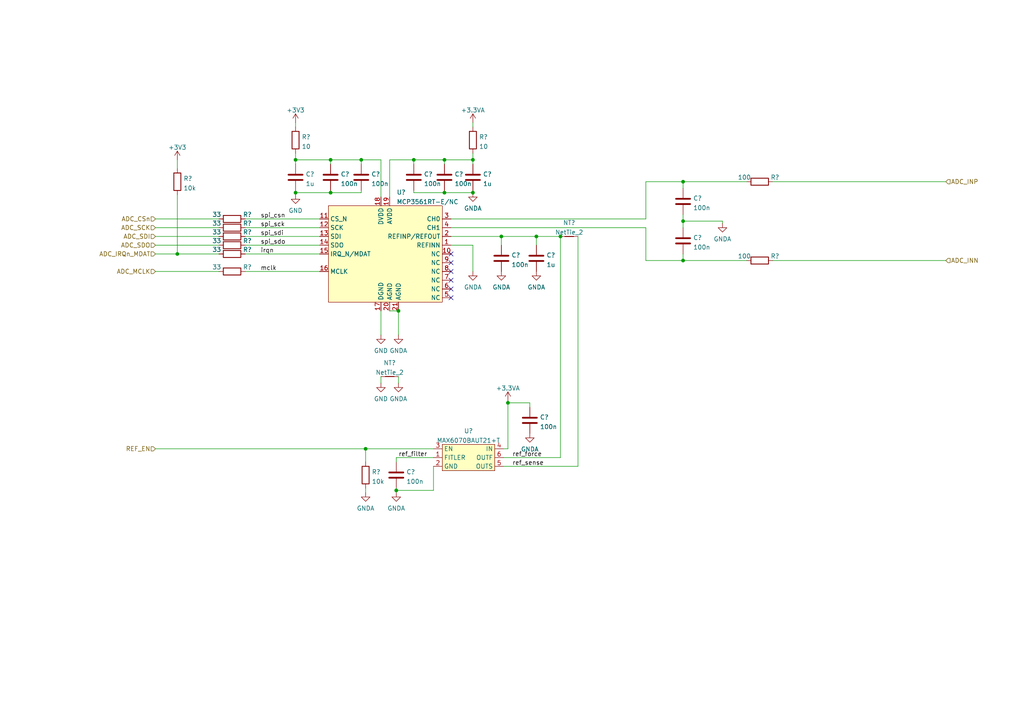
<source format=kicad_sch>
(kicad_sch (version 20211123) (generator eeschema)
  (paper "A4")
  (lib_symbols
    (symbol "Device:C" (pin_numbers hide) (pin_names (offset 0.254))
      (property "Reference" "C" (at 0.635 2.54 0))
      (property "Value" "C" (at 0.635 -2.54 0))
      (symbol "C_0_1"
        (polyline (pts (xy -2.032 -0.762) (xy 2.032 -0.762)) (stroke (width 0.508)))
        (polyline (pts (xy -2.032 0.762) (xy 2.032 0.762)) (stroke (width 0.508)))
      )
      (symbol "C_1_1"
        (pin passive line (at 0 3.81 270) (length 2.794) (name "~") (number "1"))
        (pin passive line (at 0 -3.81 90) (length 2.794) (name "~") (number "2"))
      )
    )
    (symbol "Device:NetTie_2" (pin_numbers hide) (pin_names (offset 0) hide)
      (property "Reference" "NT" (at 0 1.27 0))
      (property "Value" "NetTie_2" (at 0 -1.27 0))
      (symbol "NetTie_2_0_1"
        (polyline (pts (xy -1.27 0) (xy 1.27 0)) (stroke (width 0.254)))
      )
      (symbol "NetTie_2_1_1"
        (pin passive line (at -2.54 0 0) (length 2.54) (name "1") (number "1"))
        (pin passive line (at 2.54 0 180) (length 2.54) (name "2") (number "2"))
      )
    )
    (symbol "Device:R" (pin_numbers hide) (pin_names (offset 0))
      (property "Reference" "R" (at 2.032 0 90))
      (property "Value" "R" (at 0 0 90))
      (symbol "R_0_1"
        (rectangle (start -1.016 -2.54) (end 1.016 2.54) (stroke (width 0.254)))
      )
      (symbol "R_1_1"
        (pin passive line (at 0 3.81 270) (length 1.27) (name "~") (number "1"))
        (pin passive line (at 0 -3.81 90) (length 1.27) (name "~") (number "2"))
      )
    )
    (symbol "good_things:MAX6070BAUT21+T"
      (property "Reference" "U" (at 0 7.62 0))
      (property "Value" "MAX6070BAUT21+T" (at 0 5.08 0))
      (symbol "MAX6070BAUT21+T_0_1"
        (rectangle (start -7.62 3.81) (end 7.62 -3.81) (stroke (width 0.1524)) (fill (type background)))
      )
      (symbol "MAX6070BAUT21+T_1_1"
        (pin input line (at -10.16 0 0) (length 2.54) (name "FITLER") (number "1"))
        (pin input line (at -10.16 -2.54 0) (length 2.54) (name "GND") (number "2"))
        (pin input line (at -10.16 2.54 0) (length 2.54) (name "EN") (number "3"))
        (pin input line (at 10.16 2.54 180) (length 2.54) (name "IN") (number "4"))
        (pin input line (at 10.16 -2.54 180) (length 2.54) (name "OUTS") (number "5"))
        (pin input line (at 10.16 0 180) (length 2.54) (name "OUTF") (number "6"))
      )
    )
    (symbol "good_things:MCP3561RT-E{slash}NC"
      (property "Reference" "U" (at -2.54 -35.56 0))
      (property "Value" "MCP3561RT-E{slash}NC" (at 12.7 15.24 0))
      (symbol "MCP3561RT-E{slash}NC_0_1"
        (rectangle (start -16.51 13.97) (end 16.51 -13.97) (stroke (width 0.1524)) (fill (type background)))
      )
      (symbol "MCP3561RT-E{slash}NC_1_1"
        (pin input line (at 19.05 2.54 180) (length 2.54) (name "REFINN") (number "1"))
        (pin input line (at 19.05 0 180) (length 2.54) (name "NC") (number "10"))
        (pin input line (at -19.05 10.16 0) (length 2.54) (name "CS_N") (number "11"))
        (pin input line (at -19.05 7.62 0) (length 2.54) (name "SCK") (number "12"))
        (pin input line (at -19.05 5.08 0) (length 2.54) (name "SDI") (number "13"))
        (pin input line (at -19.05 2.54 0) (length 2.54) (name "SDO") (number "14"))
        (pin input line (at -19.05 0 0) (length 2.54) (name "IRQ_N/MDAT") (number "15"))
        (pin input line (at -19.05 -5.08 0) (length 2.54) (name "MCLK") (number "16"))
        (pin input line (at -1.27 -16.51 90) (length 2.54) (name "DGND") (number "17"))
        (pin input line (at -1.27 16.51 270) (length 2.54) (name "DVDD") (number "18"))
        (pin input line (at 1.27 16.51 270) (length 2.54) (name "AVDD") (number "19"))
        (pin input line (at 19.05 5.08 180) (length 2.54) (name "REFINP/REFOUT") (number "2"))
        (pin input line (at 1.27 -16.51 90) (length 2.54) (name "AGND") (number "20"))
        (pin input line (at 3.81 -16.51 90) (length 2.54) (name "AGND") (number "21"))
        (pin input line (at 19.05 10.16 180) (length 2.54) (name "CH0") (number "3"))
        (pin input line (at 19.05 7.62 180) (length 2.54) (name "CH1") (number "4"))
        (pin input line (at 19.05 -12.7 180) (length 2.54) (name "NC") (number "5"))
        (pin input line (at 19.05 -10.16 180) (length 2.54) (name "NC") (number "6"))
        (pin input line (at 19.05 -7.62 180) (length 2.54) (name "NC") (number "7"))
        (pin input line (at 19.05 -5.08 180) (length 2.54) (name "NC") (number "8"))
        (pin input line (at 19.05 -2.54 180) (length 2.54) (name "NC") (number "9"))
      )
    )
    (symbol "power:+3.3VA" (power) (pin_names (offset 0))
      (property "Value" "+3.3VA" (at 0 3.556 0))
      (symbol "+3.3VA_0_1"
        (polyline (pts (xy -0.762 1.27) (xy 0 2.54)))
        (polyline (pts (xy 0 0) (xy 0 2.54)))
        (polyline (pts (xy 0 2.54) (xy 0.762 1.27)))
      )
      (symbol "+3.3VA_1_1"
        (pin power_in line (at 0 0 90) (length 0) hide (name "+3.3VA") (number "1"))
      )
    )
    (symbol "power:+3V3" (power) (pin_names (offset 0))
      (property "Value" "+3V3" (at 0 3.556 0))
      (symbol "+3V3_0_1"
        (polyline (pts (xy -0.762 1.27) (xy 0 2.54)))
        (polyline (pts (xy 0 0) (xy 0 2.54)))
        (polyline (pts (xy 0 2.54) (xy 0.762 1.27)))
      )
      (symbol "+3V3_1_1"
        (pin power_in line (at 0 0 90) (length 0) hide (name "+3V3") (number "1"))
      )
    )
    (symbol "power:GND" (power) (pin_names (offset 0))
      (property "Value" "GND" (at 0 -3.81 0))
      (symbol "GND_0_1"
        (polyline (pts (xy 0 0) (xy 0 -1.27) (xy 1.27 -1.27) (xy 0 -2.54) (xy -1.27 -1.27) (xy 0 -1.27)))
      )
      (symbol "GND_1_1"
        (pin power_in line (at 0 0 270) (length 0) hide (name "GND") (number "1"))
      )
    )
    (symbol "power:GNDA" (power) (pin_names (offset 0))
      (property "Value" "GNDA" (at 0 -3.81 0))
      (symbol "GNDA_0_1"
        (polyline (pts (xy 0 0) (xy 0 -1.27) (xy 1.27 -1.27) (xy 0 -2.54) (xy -1.27 -1.27) (xy 0 -1.27)))
      )
      (symbol "GNDA_1_1"
        (pin power_in line (at 0 0 270) (length 0) hide (name "GNDA") (number "1"))
      )
    )
  )
  (junction (at 114.935 142.24))
  (junction (at 120.015 46.355))
  (junction (at 104.775 46.355))
  (junction (at 147.32 116.84))
  (junction (at 51.435 73.66))
  (junction (at 85.725 46.355))
  (junction (at 115.57 90.17))
  (junction (at 137.16 46.355))
  (junction (at 128.905 55.88))
  (junction (at 198.12 75.565))
  (junction (at 155.575 68.58))
  (junction (at 162.56 68.58))
  (junction (at 106.045 130.175))
  (junction (at 137.16 55.88))
  (junction (at 198.12 52.705))
  (junction (at 128.905 46.355))
  (junction (at 95.885 46.355))
  (junction (at 145.415 68.58))
  (junction (at 198.12 64.135))
  (junction (at 85.725 55.88))
  (junction (at 95.885 55.88))
  (no_connect (at 130.81 76.2))
  (no_connect (at 130.81 83.82))
  (no_connect (at 130.81 73.66))
  (no_connect (at 130.81 86.36))
  (no_connect (at 130.81 81.28))
  (no_connect (at 130.81 78.74))
  (wire (pts (xy 162.56 132.715) (xy 162.56 68.58)))
  (wire (pts (xy 115.57 111.125) (xy 115.57 109.22)))
  (wire (pts (xy 130.81 63.5) (xy 187.325 63.5)))
  (wire (pts (xy 128.905 46.355) (xy 128.905 47.625)))
  (wire (pts (xy 128.905 55.245) (xy 128.905 55.88)))
  (wire (pts (xy 216.535 52.705) (xy 198.12 52.705)))
  (wire (pts (xy 130.81 66.04) (xy 187.325 66.04)))
  (wire (pts (xy 198.12 75.565) (xy 198.12 73.66)))
  (wire (pts (xy 45.085 68.58) (xy 63.5 68.58)))
  (wire (pts (xy 198.12 64.135) (xy 209.55 64.135)))
  (wire (pts (xy 145.415 68.58) (xy 155.575 68.58)))
  (wire (pts (xy 95.885 55.88) (xy 95.885 55.245)))
  (wire (pts (xy 137.16 71.12) (xy 137.16 78.74)))
  (wire (pts (xy 187.325 75.565) (xy 187.325 66.04)))
  (wire (pts (xy 51.435 46.355) (xy 51.435 48.895)))
  (wire (pts (xy 106.045 130.175) (xy 125.73 130.175)))
  (wire (pts (xy 106.045 133.985) (xy 106.045 130.175)))
  (wire (pts (xy 45.085 71.12) (xy 63.5 71.12)))
  (wire (pts (xy 71.12 71.12) (xy 92.71 71.12)))
  (wire (pts (xy 71.12 63.5) (xy 92.71 63.5)))
  (wire (pts (xy 137.16 35.56) (xy 137.16 36.83)))
  (wire (pts (xy 114.935 132.715) (xy 114.935 133.985)))
  (wire (pts (xy 209.55 64.135) (xy 209.55 64.77)))
  (wire (pts (xy 85.725 44.45) (xy 85.725 46.355)))
  (wire (pts (xy 71.12 73.66) (xy 92.71 73.66)))
  (wire (pts (xy 85.725 55.245) (xy 85.725 55.88)))
  (wire (pts (xy 198.12 52.705) (xy 187.325 52.705)))
  (wire (pts (xy 147.32 130.175) (xy 146.05 130.175)))
  (wire (pts (xy 125.73 132.715) (xy 114.935 132.715)))
  (wire (pts (xy 155.575 71.12) (xy 155.575 68.58)))
  (wire (pts (xy 120.015 55.88) (xy 120.015 55.245)))
  (wire (pts (xy 198.12 75.565) (xy 187.325 75.565)))
  (wire (pts (xy 106.045 141.605) (xy 106.045 142.875)))
  (wire (pts (xy 153.67 118.11) (xy 153.67 116.84)))
  (wire (pts (xy 45.085 73.66) (xy 51.435 73.66)))
  (wire (pts (xy 45.085 63.5) (xy 63.5 63.5)))
  (wire (pts (xy 110.49 109.22) (xy 110.49 111.125)))
  (wire (pts (xy 167.64 68.58) (xy 167.64 135.255)))
  (wire (pts (xy 104.775 46.355) (xy 104.775 47.625)))
  (wire (pts (xy 45.085 130.175) (xy 106.045 130.175)))
  (wire (pts (xy 216.535 75.565) (xy 198.12 75.565)))
  (wire (pts (xy 114.935 141.605) (xy 114.935 142.24)))
  (wire (pts (xy 130.81 68.58) (xy 145.415 68.58)))
  (wire (pts (xy 104.775 55.245) (xy 104.775 55.88)))
  (wire (pts (xy 95.885 46.355) (xy 104.775 46.355)))
  (wire (pts (xy 146.05 132.715) (xy 162.56 132.715)))
  (wire (pts (xy 85.725 46.355) (xy 95.885 46.355)))
  (wire (pts (xy 147.32 116.205) (xy 147.32 116.84)))
  (wire (pts (xy 71.12 78.74) (xy 92.71 78.74)))
  (wire (pts (xy 114.935 142.24) (xy 114.935 142.875)))
  (wire (pts (xy 274.32 75.565) (xy 224.155 75.565)))
  (wire (pts (xy 95.885 46.355) (xy 95.885 47.625)))
  (wire (pts (xy 110.49 46.355) (xy 110.49 57.15)))
  (wire (pts (xy 71.12 68.58) (xy 92.71 68.58)))
  (wire (pts (xy 120.015 46.355) (xy 128.905 46.355)))
  (wire (pts (xy 198.12 52.705) (xy 198.12 54.61)))
  (wire (pts (xy 51.435 56.515) (xy 51.435 73.66)))
  (wire (pts (xy 130.81 71.12) (xy 137.16 71.12)))
  (wire (pts (xy 137.16 44.45) (xy 137.16 46.355)))
  (wire (pts (xy 187.325 52.705) (xy 187.325 63.5)))
  (wire (pts (xy 115.57 90.17) (xy 115.57 97.155)))
  (wire (pts (xy 113.03 46.355) (xy 120.015 46.355)))
  (wire (pts (xy 224.155 52.705) (xy 274.32 52.705)))
  (wire (pts (xy 137.16 55.88) (xy 137.16 55.245)))
  (wire (pts (xy 125.73 142.24) (xy 114.935 142.24)))
  (wire (pts (xy 198.12 62.23) (xy 198.12 64.135)))
  (wire (pts (xy 155.575 68.58) (xy 162.56 68.58)))
  (wire (pts (xy 147.32 116.84) (xy 147.32 130.175)))
  (wire (pts (xy 145.415 68.58) (xy 145.415 71.12)))
  (wire (pts (xy 125.73 135.255) (xy 125.73 142.24)))
  (wire (pts (xy 45.085 66.04) (xy 63.5 66.04)))
  (wire (pts (xy 120.015 55.88) (xy 128.905 55.88)))
  (wire (pts (xy 85.725 55.88) (xy 85.725 56.515)))
  (wire (pts (xy 85.725 47.625) (xy 85.725 46.355)))
  (wire (pts (xy 128.905 55.88) (xy 137.16 55.88)))
  (wire (pts (xy 167.64 135.255) (xy 146.05 135.255)))
  (wire (pts (xy 120.015 46.355) (xy 120.015 47.625)))
  (wire (pts (xy 85.725 55.88) (xy 95.885 55.88)))
  (wire (pts (xy 85.725 35.56) (xy 85.725 36.83)))
  (wire (pts (xy 198.12 64.135) (xy 198.12 66.04)))
  (wire (pts (xy 153.67 116.84) (xy 147.32 116.84)))
  (wire (pts (xy 113.03 46.355) (xy 113.03 57.15)))
  (wire (pts (xy 137.16 46.355) (xy 137.16 47.625)))
  (wire (pts (xy 128.905 46.355) (xy 137.16 46.355)))
  (wire (pts (xy 51.435 73.66) (xy 63.5 73.66)))
  (wire (pts (xy 110.49 90.17) (xy 110.49 97.155)))
  (wire (pts (xy 113.03 90.17) (xy 115.57 90.17)))
  (wire (pts (xy 104.775 46.355) (xy 110.49 46.355)))
  (wire (pts (xy 45.085 78.74) (xy 63.5 78.74)))
  (wire (pts (xy 95.885 55.88) (xy 104.775 55.88)))
  (wire (pts (xy 71.12 66.04) (xy 92.71 66.04)))
  (label "spi_sck" (at 75.565 66.04 0))
  (label "irqn" (at 75.565 73.66 0))
  (label "ref_filter" (at 115.57 132.715 0))
  (label "spi_csn" (at 75.565 63.5 0))
  (label "spi_sdo" (at 75.565 71.12 0))
  (label "spi_sdi" (at 75.565 68.58 0))
  (label "mclk" (at 75.565 78.74 0))
  (label "ref_sense" (at 148.59 135.255 0))
  (label "ref_force" (at 148.59 132.715 0))
  (hierarchical_label "REF_EN" (shape input) (at 45.085 130.175 180))
  (hierarchical_label "ADC_SCK" (shape input) (at 45.085 66.04 180))
  (hierarchical_label "ADC_CSn" (shape input) (at 45.085 63.5 180))
  (hierarchical_label "ADC_INP" (shape input) (at 274.32 52.705 0))
  (hierarchical_label "ADC_SDI" (shape input) (at 45.085 68.58 180))
  (hierarchical_label "ADC_SDO" (shape input) (at 45.085 71.12 180))
  (hierarchical_label "ADC_IRQn_MDAT" (shape input) (at 45.085 73.66 180))
  (hierarchical_label "ADC_MCLK" (shape input) (at 45.085 78.74 180))
  (hierarchical_label "ADC_INN" (shape input) (at 274.32 75.565 0))
  (symbol (lib_id "power:GNDA") (at 137.16 55.88 0) (unit 1)
    (property "Reference" "#PWR?" (effects hide))
    (property "Value" "GNDA" (at 137.16 60.4425 0))
  )
  (symbol (lib_id "Device:C") (at 198.12 69.85 0) (unit 1)
    (property "Reference" "C?" (at 201.041 68.9415 0) (effects (justify left)))
    (property "Value" "100n" (at 201.041 71.7166 0) (effects (justify left)))
    (property "Footprint" "Capacitor_SMD:C_0603_1608Metric_Pad1.08x0.95mm_HandSolder" (effects hide))
  )
  (symbol (lib_id "Device:C") (at 114.935 137.795 0) (unit 1)
    (property "Reference" "C?" (at 117.856 136.8865 0) (effects (justify left)))
    (property "Value" "100n" (at 117.856 139.6616 0) (effects (justify left)))
    (property "Footprint" "Capacitor_SMD:C_0603_1608Metric_Pad1.08x0.95mm_HandSolder" (effects hide))
  )
  (symbol (lib_id "Device:R") (at 67.31 78.74 90) (unit 1)
    (property "Reference" "R?" (at 71.755 77.47 90))
    (property "Value" "33" (at 62.865 77.47 90))
  )
  (symbol (lib_id "good_things:MCP3561RT-E{slash}NC") (at 111.76 73.66 0) (unit 1)
    (property "Reference" "U?" (at 115.0494 55.7743 0) (effects (justify left)))
    (property "Value" "MCP3561RT-E/NC" (at 115.0494 58.5494 0) (effects (justify left)))
    (property "Footprint" "Package_DFN_QFN:QFN-20-1EP_3x3mm_P0.4mm_EP1.65x1.65mm_ThermalVias" (effects hide))
    (property "Datasheet" "https://www.farnell.com/datasheets/3166346.pdf" (effects hide))
  )
  (symbol (lib_id "Device:C") (at 153.67 121.92 0) (unit 1)
    (property "Reference" "C?" (at 156.591 121.0115 0) (effects (justify left)))
    (property "Value" "100n" (at 156.591 123.7866 0) (effects (justify left)))
    (property "Footprint" "Capacitor_SMD:C_0603_1608Metric_Pad1.08x0.95mm_HandSolder" (effects hide))
  )
  (symbol (lib_id "Device:C") (at 104.775 51.435 0) (unit 1)
    (property "Reference" "C?" (at 107.696 50.5265 0) (effects (justify left)))
    (property "Value" "100n" (at 107.696 53.3016 0) (effects (justify left)))
    (property "Footprint" "Capacitor_SMD:C_0603_1608Metric_Pad1.08x0.95mm_HandSolder" (effects hide))
  )
  (symbol (lib_id "power:GND") (at 110.49 111.125 0) (unit 1)
    (property "Reference" "#PWR?" (effects hide))
    (property "Value" "GND" (at 110.49 115.6875 0))
  )
  (symbol (lib_id "power:+3.3VA") (at 147.32 116.205 0) (unit 1)
    (property "Reference" "#PWR?" (effects hide))
    (property "Value" "+3.3VA" (at 147.32 112.6005 0))
  )
  (symbol (lib_id "Device:NetTie_2") (at 113.03 109.22 0) (unit 1)
    (property "Reference" "NT?" (at 113.03 105.2535 0))
    (property "Value" "NetTie_2" (at 113.03 108.0286 0))
  )
  (symbol (lib_id "Device:R") (at 137.16 40.64 0) (unit 1)
    (property "Reference" "R?" (at 138.938 39.7315 0) (effects (justify left)))
    (property "Value" "10" (at 138.938 42.5066 0) (effects (justify left)))
  )
  (symbol (lib_id "Device:C") (at 137.16 51.435 0) (unit 1)
    (property "Reference" "C?" (at 140.081 50.5265 0) (effects (justify left)))
    (property "Value" "1u" (at 140.081 53.3016 0) (effects (justify left)))
    (property "Footprint" "Capacitor_SMD:C_0603_1608Metric_Pad1.08x0.95mm_HandSolder" (effects hide))
  )
  (symbol (lib_id "Device:C") (at 120.015 51.435 0) (unit 1)
    (property "Reference" "C?" (at 122.936 50.5265 0) (effects (justify left)))
    (property "Value" "100n" (at 122.936 53.3016 0) (effects (justify left)))
    (property "Footprint" "Capacitor_SMD:C_0603_1608Metric_Pad1.08x0.95mm_HandSolder" (effects hide))
  )
  (symbol (lib_id "Device:C") (at 85.725 51.435 0) (unit 1)
    (property "Reference" "C?" (at 88.646 50.5265 0) (effects (justify left)))
    (property "Value" "1u" (at 88.646 53.3016 0) (effects (justify left)))
    (property "Footprint" "Capacitor_SMD:C_0603_1608Metric_Pad1.08x0.95mm_HandSolder" (effects hide))
  )
  (symbol (lib_id "Device:C") (at 145.415 74.93 0) (unit 1)
    (property "Reference" "C?" (at 148.336 74.0215 0) (effects (justify left)))
    (property "Value" "100n" (at 148.336 76.7966 0) (effects (justify left)))
    (property "Footprint" "Capacitor_SMD:C_0603_1608Metric_Pad1.08x0.95mm_HandSolder" (effects hide))
  )
  (symbol (lib_id "power:GNDA") (at 209.55 64.77 0) (unit 1)
    (property "Reference" "#PWR?" (effects hide))
    (property "Value" "GNDA" (at 209.55 69.3325 0))
  )
  (symbol (lib_id "power:GNDA") (at 153.67 125.73 0) (unit 1)
    (property "Reference" "#PWR?" (effects hide))
    (property "Value" "GNDA" (at 153.67 130.2925 0))
  )
  (symbol (lib_id "Device:C") (at 128.905 51.435 0) (unit 1)
    (property "Reference" "C?" (at 131.826 50.5265 0) (effects (justify left)))
    (property "Value" "100n" (at 131.826 53.3016 0) (effects (justify left)))
    (property "Footprint" "Capacitor_SMD:C_0603_1608Metric_Pad1.08x0.95mm_HandSolder" (effects hide))
  )
  (symbol (lib_id "power:GNDA") (at 145.415 78.74 0) (unit 1)
    (property "Reference" "#PWR?" (effects hide))
    (property "Value" "GNDA" (at 145.415 83.3025 0))
  )
  (symbol (lib_id "Device:R") (at 67.31 63.5 90) (unit 1)
    (property "Reference" "R?" (at 71.755 62.23 90))
    (property "Value" "33" (at 62.865 62.23 90))
  )
  (symbol (lib_id "Device:R") (at 220.345 75.565 90) (unit 1)
    (property "Reference" "R?" (at 224.79 74.295 90))
    (property "Value" "100" (at 215.9 74.295 90))
  )
  (symbol (lib_id "power:GNDA") (at 137.16 78.74 0) (unit 1)
    (property "Reference" "#PWR?" (effects hide))
    (property "Value" "GNDA" (at 137.16 83.3025 0))
  )
  (symbol (lib_id "Device:R") (at 51.435 52.705 0) (unit 1)
    (property "Reference" "R?" (at 53.213 51.7965 0) (effects (justify left)))
    (property "Value" "10k" (at 53.213 54.5716 0) (effects (justify left)))
  )
  (symbol (lib_id "power:GNDA") (at 155.575 78.74 0) (unit 1)
    (property "Reference" "#PWR?" (effects hide))
    (property "Value" "GNDA" (at 155.575 83.3025 0))
  )
  (symbol (lib_id "Device:R") (at 106.045 137.795 0) (unit 1)
    (property "Reference" "R?" (at 107.823 136.8865 0) (effects (justify left)))
    (property "Value" "10k" (at 107.823 139.6616 0) (effects (justify left)))
  )
  (symbol (lib_id "Device:NetTie_2") (at 165.1 68.58 180) (unit 1)
    (property "Reference" "NT?" (at 165.1 64.6135 0))
    (property "Value" "NetTie_2" (at 165.1 67.3886 0))
  )
  (symbol (lib_id "power:GND") (at 85.725 56.515 0) (unit 1)
    (property "Reference" "#PWR?" (effects hide))
    (property "Value" "GND" (at 85.725 61.0775 0))
  )
  (symbol (lib_id "Device:R") (at 67.31 73.66 90) (unit 1)
    (property "Reference" "R?" (at 71.755 72.39 90))
    (property "Value" "33" (at 62.865 72.39 90))
  )
  (symbol (lib_id "power:GNDA") (at 114.935 142.875 0) (unit 1)
    (property "Reference" "#PWR?" (effects hide))
    (property "Value" "GNDA" (at 114.935 147.4375 0))
  )
  (symbol (lib_id "power:+3.3VA") (at 137.16 35.56 0) (unit 1)
    (property "Reference" "#PWR?" (effects hide))
    (property "Value" "+3.3VA" (at 137.16 31.9555 0))
  )
  (symbol (lib_id "power:+3V3") (at 85.725 35.56 0) (unit 1)
    (property "Reference" "#PWR?" (effects hide))
    (property "Value" "+3V3" (at 85.725 31.9555 0))
  )
  (symbol (lib_id "Device:R") (at 67.31 71.12 90) (unit 1)
    (property "Reference" "R?" (at 71.755 69.85 90))
    (property "Value" "33" (at 62.865 69.85 90))
  )
  (symbol (lib_id "Device:R") (at 67.31 68.58 90) (unit 1)
    (property "Reference" "R?" (at 71.755 67.31 90))
    (property "Value" "33" (at 62.865 67.31 90))
  )
  (symbol (lib_id "Device:C") (at 95.885 51.435 0) (unit 1)
    (property "Reference" "C?" (at 98.806 50.5265 0) (effects (justify left)))
    (property "Value" "100n" (at 98.806 53.3016 0) (effects (justify left)))
    (property "Footprint" "Capacitor_SMD:C_0603_1608Metric_Pad1.08x0.95mm_HandSolder" (effects hide))
  )
  (symbol (lib_id "power:GNDA") (at 106.045 142.875 0) (unit 1)
    (property "Reference" "#PWR?" (effects hide))
    (property "Value" "GNDA" (at 106.045 147.4375 0))
  )
  (symbol (lib_id "power:+3V3") (at 51.435 46.355 0) (unit 1)
    (property "Reference" "#PWR?" (effects hide))
    (property "Value" "+3V3" (at 51.435 42.7505 0))
  )
  (symbol (lib_id "power:GNDA") (at 115.57 111.125 0) (unit 1)
    (property "Reference" "#PWR?" (effects hide))
    (property "Value" "GNDA" (at 115.57 115.6875 0))
  )
  (symbol (lib_id "Device:C") (at 155.575 74.93 0) (unit 1)
    (property "Reference" "C?" (at 158.496 74.0215 0) (effects (justify left)))
    (property "Value" "1u" (at 158.496 76.7966 0) (effects (justify left)))
    (property "Footprint" "Capacitor_SMD:C_0603_1608Metric_Pad1.08x0.95mm_HandSolder" (effects hide))
  )
  (symbol (lib_id "power:GNDA") (at 115.57 97.155 0) (unit 1)
    (property "Reference" "#PWR?" (effects hide))
    (property "Value" "GNDA" (at 115.57 101.7175 0))
  )
  (symbol (lib_id "good_things:MAX6070BAUT21+T") (at 135.89 132.715 0) (unit 1)
    (property "Reference" "U?" (at 135.89 124.9893 0))
    (property "Value" "MAX6070BAUT21+T" (at 135.89 127.7644 0))
    (property "Footprint" "Package_TO_SOT_SMD:SOT-23-6_Handsoldering" (effects hide))
    (property "Datasheet" "https://datasheet.octopart.com/MAX6070BAUT21%2BT-Maxim-Integrated-datasheet-66419529.pdf" (effects hide))
  )
  (symbol (lib_id "Device:R") (at 67.31 66.04 90) (unit 1)
    (property "Reference" "R?" (at 71.755 64.77 90))
    (property "Value" "33" (at 62.865 64.77 90))
  )
  (symbol (lib_id "power:GND") (at 110.49 97.155 0) (unit 1)
    (property "Reference" "#PWR?" (effects hide))
    (property "Value" "GND" (at 110.49 101.7175 0))
  )
  (symbol (lib_id "Device:R") (at 220.345 52.705 90) (unit 1)
    (property "Reference" "R?" (at 224.79 51.435 90))
    (property "Value" "100" (at 215.9 51.435 90))
  )
  (symbol (lib_id "Device:R") (at 85.725 40.64 0) (unit 1)
    (property "Reference" "R?" (at 87.503 39.7315 0) (effects (justify left)))
    (property "Value" "10" (at 87.503 42.5066 0) (effects (justify left)))
  )
  (symbol (lib_id "Device:C") (at 198.12 58.42 0) (unit 1)
    (property "Reference" "C?" (at 201.041 57.5115 0) (effects (justify left)))
    (property "Value" "100n" (at 201.041 60.2866 0) (effects (justify left)))
    (property "Footprint" "Capacitor_SMD:C_0603_1608Metric_Pad1.08x0.95mm_HandSolder" (effects hide))
  )
)
</source>
